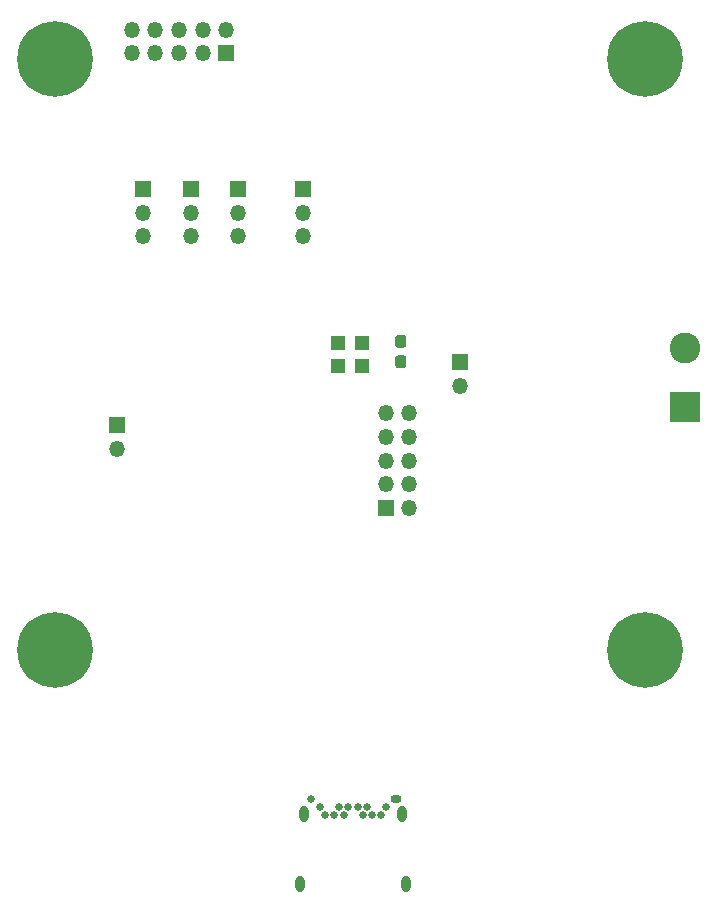
<source format=gbr>
%TF.GenerationSoftware,KiCad,Pcbnew,(5.1.10)-1*%
%TF.CreationDate,2021-07-16T13:03:45+01:00*%
%TF.ProjectId,Abhoinn_IoT_V2,4162686f-696e-46e5-9f49-6f545f56322e,rev?*%
%TF.SameCoordinates,Original*%
%TF.FileFunction,Soldermask,Bot*%
%TF.FilePolarity,Negative*%
%FSLAX46Y46*%
G04 Gerber Fmt 4.6, Leading zero omitted, Abs format (unit mm)*
G04 Created by KiCad (PCBNEW (5.1.10)-1) date 2021-07-16 13:03:45*
%MOMM*%
%LPD*%
G01*
G04 APERTURE LIST*
%ADD10C,0.650000*%
%ADD11O,0.950000X0.650000*%
%ADD12O,0.800000X1.400000*%
%ADD13O,1.350000X1.350000*%
%ADD14R,1.350000X1.350000*%
%ADD15C,2.600000*%
%ADD16R,2.600000X2.600000*%
%ADD17R,1.300000X1.300000*%
%ADD18C,0.800000*%
%ADD19C,6.400000*%
G04 APERTURE END LIST*
D10*
%TO.C,P1*%
X154350000Y-119490000D03*
X155150000Y-119490000D03*
X155950000Y-119490000D03*
X157550000Y-119490000D03*
X158350000Y-119490000D03*
X159150000Y-119490000D03*
X153950000Y-118790000D03*
X155550000Y-118790000D03*
X156350000Y-118790000D03*
X157150000Y-118790000D03*
X157950000Y-118790000D03*
X159550000Y-118790000D03*
X153150000Y-118140000D03*
D11*
X160350000Y-118140000D03*
D12*
X152260000Y-125340000D03*
X161240000Y-125340000D03*
X160880000Y-119390000D03*
X152620000Y-119390000D03*
%TD*%
D13*
%TO.C,JP4*%
X152500000Y-70500000D03*
X152500000Y-68500000D03*
D14*
X152500000Y-66500000D03*
%TD*%
D13*
%TO.C,JP3*%
X147000000Y-70500000D03*
X147000000Y-68500000D03*
D14*
X147000000Y-66500000D03*
%TD*%
D13*
%TO.C,JP2*%
X139000000Y-70500000D03*
X139000000Y-68500000D03*
D14*
X139000000Y-66500000D03*
%TD*%
D13*
%TO.C,JP1*%
X143000000Y-70500000D03*
X143000000Y-68500000D03*
D14*
X143000000Y-66500000D03*
%TD*%
D15*
%TO.C,J6*%
X184870000Y-79980000D03*
D16*
X184870000Y-84980000D03*
%TD*%
D13*
%TO.C,J4*%
X138000000Y-53000000D03*
X138000000Y-55000000D03*
X140000000Y-53000000D03*
X140000000Y-55000000D03*
X142000000Y-53000000D03*
X142000000Y-55000000D03*
X144000000Y-53000000D03*
X144000000Y-55000000D03*
X146000000Y-53000000D03*
D14*
X146000000Y-55000000D03*
%TD*%
D13*
%TO.C,J3*%
X161500000Y-85500000D03*
X159500000Y-85500000D03*
X161500000Y-87500000D03*
X159500000Y-87500000D03*
X161500000Y-89500000D03*
X159500000Y-89500000D03*
X161500000Y-91500000D03*
X159500000Y-91500000D03*
X161500000Y-93500000D03*
D14*
X159500000Y-93500000D03*
%TD*%
D13*
%TO.C,J2*%
X136750000Y-88500000D03*
D14*
X136750000Y-86500000D03*
%TD*%
D13*
%TO.C,J1*%
X165820000Y-83170000D03*
D14*
X165820000Y-81170000D03*
%TD*%
D17*
%TO.C,IC2*%
X155500000Y-79500000D03*
X155500000Y-81500000D03*
X157500000Y-81500000D03*
X157500000Y-79500000D03*
%TD*%
D18*
%TO.C,H4*%
X133197056Y-53802944D03*
X131500000Y-53100000D03*
X129802944Y-53802944D03*
X129100000Y-55500000D03*
X129802944Y-57197056D03*
X131500000Y-57900000D03*
X133197056Y-57197056D03*
X133900000Y-55500000D03*
D19*
X131500000Y-55500000D03*
%TD*%
D18*
%TO.C,H3*%
X133197056Y-103802944D03*
X131500000Y-103100000D03*
X129802944Y-103802944D03*
X129100000Y-105500000D03*
X129802944Y-107197056D03*
X131500000Y-107900000D03*
X133197056Y-107197056D03*
X133900000Y-105500000D03*
D19*
X131500000Y-105500000D03*
%TD*%
D18*
%TO.C,H2*%
X183197056Y-103802944D03*
X181500000Y-103100000D03*
X179802944Y-103802944D03*
X179100000Y-105500000D03*
X179802944Y-107197056D03*
X181500000Y-107900000D03*
X183197056Y-107197056D03*
X183900000Y-105500000D03*
D19*
X181500000Y-105500000D03*
%TD*%
D18*
%TO.C,H1*%
X183197056Y-53802944D03*
X181500000Y-53100000D03*
X179802944Y-53802944D03*
X179100000Y-55500000D03*
X179802944Y-57197056D03*
X181500000Y-57900000D03*
X183197056Y-57197056D03*
X183900000Y-55500000D03*
D19*
X181500000Y-55500000D03*
%TD*%
%TO.C,C9*%
G36*
G01*
X160544500Y-80589000D02*
X161019500Y-80589000D01*
G75*
G02*
X161257000Y-80826500I0J-237500D01*
G01*
X161257000Y-81426500D01*
G75*
G02*
X161019500Y-81664000I-237500J0D01*
G01*
X160544500Y-81664000D01*
G75*
G02*
X160307000Y-81426500I0J237500D01*
G01*
X160307000Y-80826500D01*
G75*
G02*
X160544500Y-80589000I237500J0D01*
G01*
G37*
G36*
G01*
X160544500Y-78864000D02*
X161019500Y-78864000D01*
G75*
G02*
X161257000Y-79101500I0J-237500D01*
G01*
X161257000Y-79701500D01*
G75*
G02*
X161019500Y-79939000I-237500J0D01*
G01*
X160544500Y-79939000D01*
G75*
G02*
X160307000Y-79701500I0J237500D01*
G01*
X160307000Y-79101500D01*
G75*
G02*
X160544500Y-78864000I237500J0D01*
G01*
G37*
%TD*%
M02*

</source>
